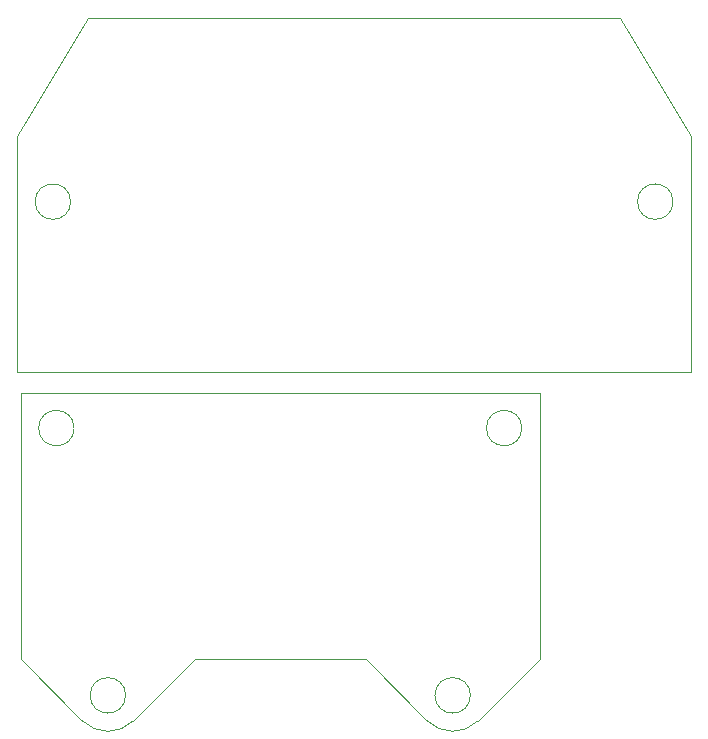
<source format=gbr>
G04 #@! TF.FileFunction,Profile,NP*
%FSLAX46Y46*%
G04 Gerber Fmt 4.6, Leading zero omitted, Abs format (unit mm)*
G04 Created by KiCad (PCBNEW 4.0.7) date 04/10/18 23:53:23*
%MOMM*%
%LPD*%
G01*
G04 APERTURE LIST*
%ADD10C,0.100000*%
G04 APERTURE END LIST*
D10*
X158021100Y-82261151D02*
G75*
G03X158021100Y-82261151I-1500000J0D01*
G01*
X108521100Y-66689421D02*
X102521100Y-76689421D01*
X153521100Y-66689421D02*
X108521100Y-66689421D01*
X159521100Y-76689421D02*
X153521100Y-66689421D01*
X159521100Y-96689421D02*
X159521100Y-76689421D01*
X102521100Y-96689421D02*
X159521100Y-96689421D01*
X102521100Y-76689421D02*
X102521100Y-96689421D01*
X107021100Y-82261151D02*
G75*
G03X107021100Y-82261151I-1500000J0D01*
G01*
X140867577Y-124059055D02*
G75*
G03X140867577Y-124059055I-1500000J0D01*
G01*
X111674623Y-124059055D02*
G75*
G03X111674623Y-124059055I-1500000J0D01*
G01*
X145226100Y-101427779D02*
G75*
G03X145226100Y-101427779I-1500000J0D01*
G01*
X107316100Y-101427779D02*
G75*
G03X107316100Y-101427779I-1500000J0D01*
G01*
X117533146Y-121011055D02*
X112329884Y-126214317D01*
X112329885Y-126214317D02*
G75*
G02X108019361Y-126214317I-2155262J2155262D01*
G01*
X108019361Y-126214317D02*
X102816100Y-121011055D01*
X102816100Y-121011055D02*
X102816100Y-98427779D01*
X102816100Y-98427779D02*
X146726100Y-98427779D01*
X146726100Y-121011055D02*
X146726100Y-98427779D01*
X146726100Y-121011055D02*
X141522839Y-126214317D01*
X141522839Y-126214316D02*
G75*
G02X137212316Y-126214317I-2155262J2155261D01*
G01*
X137212316Y-126214317D02*
X132009054Y-121011055D01*
X132009054Y-121011055D02*
X117533146Y-121011055D01*
M02*

</source>
